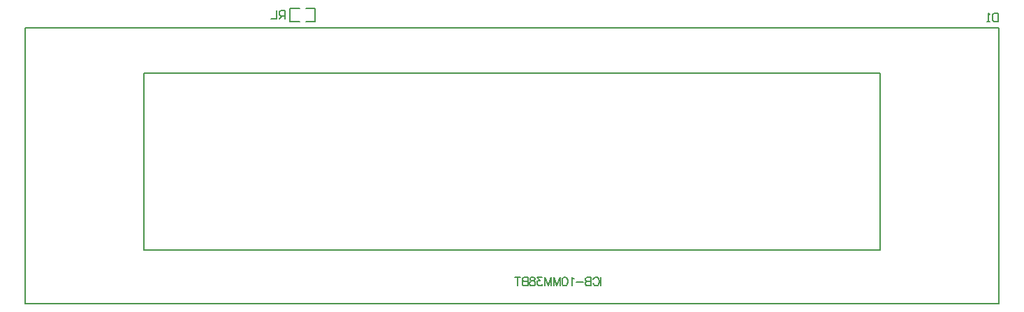
<source format=gbo>
G04*
G04 #@! TF.GenerationSoftware,Altium Limited,Altium Designer,18.1.7 (191)*
G04*
G04 Layer_Color=32896*
%FSLAX25Y25*%
%MOIN*%
G70*
G01*
G75*
%ADD11C,0.00787*%
%ADD19C,0.00800*%
D11*
X149957Y150890D02*
X154425D01*
X162043D02*
Y157110D01*
X149957Y150890D02*
Y157110D01*
X157575Y150890D02*
X162043D01*
X149957Y157110D02*
X154425D01*
X157575D02*
X162043D01*
D19*
X23622Y15748D02*
X488189D01*
Y147638D01*
X23622D02*
X488189D01*
X23622Y15748D02*
Y147638D01*
X431496Y41339D02*
Y125984D01*
X80315Y41339D02*
X431496D01*
X80315Y125984D02*
X431496D01*
X80315Y41339D02*
Y125984D01*
X298413Y28421D02*
Y24422D01*
X294718Y27469D02*
X294909Y27850D01*
X295289Y28231D01*
X295670Y28421D01*
X296432D01*
X296813Y28231D01*
X297194Y27850D01*
X297384Y27469D01*
X297575Y26898D01*
Y25945D01*
X297384Y25374D01*
X297194Y24993D01*
X296813Y24612D01*
X296432Y24422D01*
X295670D01*
X295289Y24612D01*
X294909Y24993D01*
X294718Y25374D01*
X293595Y28421D02*
Y24422D01*
Y28421D02*
X291881D01*
X291309Y28231D01*
X291119Y28040D01*
X290929Y27659D01*
Y27279D01*
X291119Y26898D01*
X291309Y26707D01*
X291881Y26517D01*
X293595D02*
X291881D01*
X291309Y26326D01*
X291119Y26136D01*
X290929Y25755D01*
Y25184D01*
X291119Y24803D01*
X291309Y24612D01*
X291881Y24422D01*
X293595D01*
X290033Y26136D02*
X286606D01*
X285425Y27659D02*
X285044Y27850D01*
X284473Y28421D01*
Y24422D01*
X281350Y28421D02*
X281921Y28231D01*
X282302Y27659D01*
X282492Y26707D01*
Y26136D01*
X282302Y25184D01*
X281921Y24612D01*
X281350Y24422D01*
X280969D01*
X280397Y24612D01*
X280016Y25184D01*
X279826Y26136D01*
Y26707D01*
X280016Y27659D01*
X280397Y28231D01*
X280969Y28421D01*
X281350D01*
X278931D02*
Y24422D01*
Y28421D02*
X277408Y24422D01*
X275884Y28421D02*
X277408Y24422D01*
X275884Y28421D02*
Y24422D01*
X274742Y28421D02*
Y24422D01*
Y28421D02*
X273218Y24422D01*
X271694Y28421D02*
X273218Y24422D01*
X271694Y28421D02*
Y24422D01*
X270171Y28421D02*
X268076D01*
X269219Y26898D01*
X268648D01*
X268267Y26707D01*
X268076Y26517D01*
X267886Y25945D01*
Y25565D01*
X268076Y24993D01*
X268457Y24612D01*
X269028Y24422D01*
X269600D01*
X270171Y24612D01*
X270361Y24803D01*
X270552Y25184D01*
X266039Y28421D02*
X266610Y28231D01*
X266800Y27850D01*
Y27469D01*
X266610Y27088D01*
X266229Y26898D01*
X265467Y26707D01*
X264896Y26517D01*
X264515Y26136D01*
X264325Y25755D01*
Y25184D01*
X264515Y24803D01*
X264705Y24612D01*
X265277Y24422D01*
X266039D01*
X266610Y24612D01*
X266800Y24803D01*
X266991Y25184D01*
Y25755D01*
X266800Y26136D01*
X266420Y26517D01*
X265848Y26707D01*
X265086Y26898D01*
X264705Y27088D01*
X264515Y27469D01*
Y27850D01*
X264705Y28231D01*
X265277Y28421D01*
X266039D01*
X263430D02*
Y24422D01*
Y28421D02*
X261716D01*
X261144Y28231D01*
X260954Y28040D01*
X260764Y27659D01*
Y27279D01*
X260954Y26898D01*
X261144Y26707D01*
X261716Y26517D01*
X263430D02*
X261716D01*
X261144Y26326D01*
X260954Y26136D01*
X260764Y25755D01*
Y25184D01*
X260954Y24803D01*
X261144Y24612D01*
X261716Y24422D01*
X263430D01*
X258535Y28421D02*
Y24422D01*
X259869Y28421D02*
X257202D01*
X147500Y152000D02*
Y155999D01*
X145501D01*
X144834Y155332D01*
Y153999D01*
X145501Y153333D01*
X147500D01*
X146167D02*
X144834Y152000D01*
X143501Y155999D02*
Y152000D01*
X140835D01*
X487838Y154836D02*
Y150838D01*
X485839D01*
X485172Y151504D01*
Y154170D01*
X485839Y154836D01*
X487838D01*
X483839Y150838D02*
X482506D01*
X483173D01*
Y154836D01*
X483839Y154170D01*
M02*

</source>
